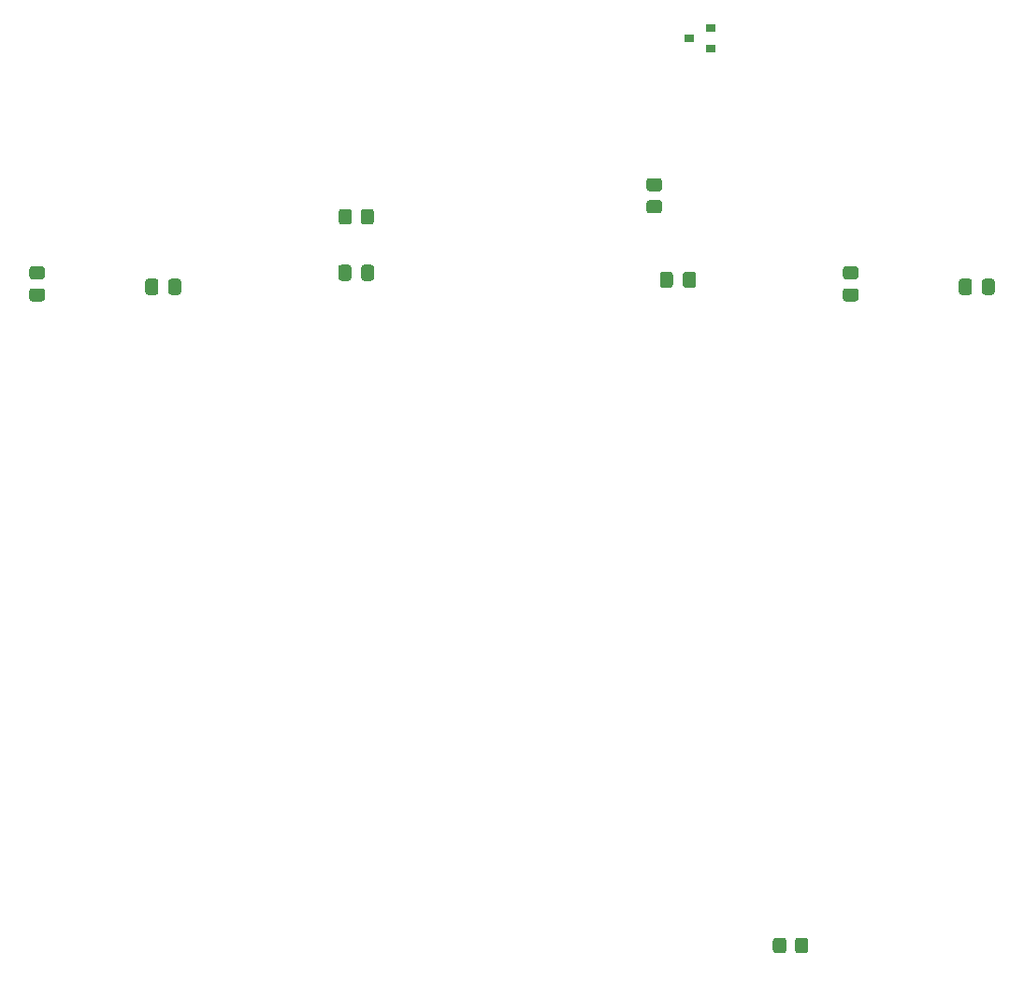
<source format=gbr>
%TF.GenerationSoftware,KiCad,Pcbnew,(5.1.8)-1*%
%TF.CreationDate,2024-01-21T21:11:34+03:00*%
%TF.ProjectId,Regs-v3,52656773-2d76-4332-9e6b-696361645f70,rev?*%
%TF.SameCoordinates,Original*%
%TF.FileFunction,Paste,Bot*%
%TF.FilePolarity,Positive*%
%FSLAX46Y46*%
G04 Gerber Fmt 4.6, Leading zero omitted, Abs format (unit mm)*
G04 Created by KiCad (PCBNEW (5.1.8)-1) date 2024-01-21 21:11:34*
%MOMM*%
%LPD*%
G01*
G04 APERTURE LIST*
%ADD10R,0.900000X0.800000*%
G04 APERTURE END LIST*
%TO.C,R7*%
G36*
G01*
X109670001Y-33255000D02*
X108769999Y-33255000D01*
G75*
G02*
X108520000Y-33005001I0J249999D01*
G01*
X108520000Y-32304999D01*
G75*
G02*
X108769999Y-32055000I249999J0D01*
G01*
X109670001Y-32055000D01*
G75*
G02*
X109920000Y-32304999I0J-249999D01*
G01*
X109920000Y-33005001D01*
G75*
G02*
X109670001Y-33255000I-249999J0D01*
G01*
G37*
G36*
G01*
X109670001Y-35255000D02*
X108769999Y-35255000D01*
G75*
G02*
X108520000Y-35005001I0J249999D01*
G01*
X108520000Y-34304999D01*
G75*
G02*
X108769999Y-34055000I249999J0D01*
G01*
X109670001Y-34055000D01*
G75*
G02*
X109920000Y-34304999I0J-249999D01*
G01*
X109920000Y-35005001D01*
G75*
G02*
X109670001Y-35255000I-249999J0D01*
G01*
G37*
%TD*%
D10*
%TO.C,Q1*%
X112347500Y-19367500D03*
X114347500Y-20317500D03*
X114347500Y-18417500D03*
%TD*%
%TO.C,C4*%
G36*
G01*
X111807500Y-41750000D02*
X111807500Y-40800000D01*
G75*
G02*
X112057500Y-40550000I250000J0D01*
G01*
X112732500Y-40550000D01*
G75*
G02*
X112982500Y-40800000I0J-250000D01*
G01*
X112982500Y-41750000D01*
G75*
G02*
X112732500Y-42000000I-250000J0D01*
G01*
X112057500Y-42000000D01*
G75*
G02*
X111807500Y-41750000I0J250000D01*
G01*
G37*
G36*
G01*
X109732500Y-41750000D02*
X109732500Y-40800000D01*
G75*
G02*
X109982500Y-40550000I250000J0D01*
G01*
X110657500Y-40550000D01*
G75*
G02*
X110907500Y-40800000I0J-250000D01*
G01*
X110907500Y-41750000D01*
G75*
G02*
X110657500Y-42000000I-250000J0D01*
G01*
X109982500Y-42000000D01*
G75*
G02*
X109732500Y-41750000I0J250000D01*
G01*
G37*
%TD*%
%TO.C,C3*%
G36*
G01*
X82682500Y-41115000D02*
X82682500Y-40165000D01*
G75*
G02*
X82932500Y-39915000I250000J0D01*
G01*
X83607500Y-39915000D01*
G75*
G02*
X83857500Y-40165000I0J-250000D01*
G01*
X83857500Y-41115000D01*
G75*
G02*
X83607500Y-41365000I-250000J0D01*
G01*
X82932500Y-41365000D01*
G75*
G02*
X82682500Y-41115000I0J250000D01*
G01*
G37*
G36*
G01*
X80607500Y-41115000D02*
X80607500Y-40165000D01*
G75*
G02*
X80857500Y-39915000I250000J0D01*
G01*
X81532500Y-39915000D01*
G75*
G02*
X81782500Y-40165000I0J-250000D01*
G01*
X81782500Y-41115000D01*
G75*
G02*
X81532500Y-41365000I-250000J0D01*
G01*
X80857500Y-41365000D01*
G75*
G02*
X80607500Y-41115000I0J250000D01*
G01*
G37*
%TD*%
%TO.C,C2*%
G36*
G01*
X65220000Y-42385000D02*
X65220000Y-41435000D01*
G75*
G02*
X65470000Y-41185000I250000J0D01*
G01*
X66145000Y-41185000D01*
G75*
G02*
X66395000Y-41435000I0J-250000D01*
G01*
X66395000Y-42385000D01*
G75*
G02*
X66145000Y-42635000I-250000J0D01*
G01*
X65470000Y-42635000D01*
G75*
G02*
X65220000Y-42385000I0J250000D01*
G01*
G37*
G36*
G01*
X63145000Y-42385000D02*
X63145000Y-41435000D01*
G75*
G02*
X63395000Y-41185000I250000J0D01*
G01*
X64070000Y-41185000D01*
G75*
G02*
X64320000Y-41435000I0J-250000D01*
G01*
X64320000Y-42385000D01*
G75*
G02*
X64070000Y-42635000I-250000J0D01*
G01*
X63395000Y-42635000D01*
G75*
G02*
X63145000Y-42385000I0J250000D01*
G01*
G37*
%TD*%
%TO.C,C1*%
G36*
G01*
X138880000Y-42385000D02*
X138880000Y-41435000D01*
G75*
G02*
X139130000Y-41185000I250000J0D01*
G01*
X139805000Y-41185000D01*
G75*
G02*
X140055000Y-41435000I0J-250000D01*
G01*
X140055000Y-42385000D01*
G75*
G02*
X139805000Y-42635000I-250000J0D01*
G01*
X139130000Y-42635000D01*
G75*
G02*
X138880000Y-42385000I0J250000D01*
G01*
G37*
G36*
G01*
X136805000Y-42385000D02*
X136805000Y-41435000D01*
G75*
G02*
X137055000Y-41185000I250000J0D01*
G01*
X137730000Y-41185000D01*
G75*
G02*
X137980000Y-41435000I0J-250000D01*
G01*
X137980000Y-42385000D01*
G75*
G02*
X137730000Y-42635000I-250000J0D01*
G01*
X137055000Y-42635000D01*
G75*
G02*
X136805000Y-42385000I0J250000D01*
G01*
G37*
%TD*%
%TO.C,R6*%
G36*
G01*
X121955000Y-102050001D02*
X121955000Y-101149999D01*
G75*
G02*
X122204999Y-100900000I249999J0D01*
G01*
X122905001Y-100900000D01*
G75*
G02*
X123155000Y-101149999I0J-249999D01*
G01*
X123155000Y-102050001D01*
G75*
G02*
X122905001Y-102300000I-249999J0D01*
G01*
X122204999Y-102300000D01*
G75*
G02*
X121955000Y-102050001I0J249999D01*
G01*
G37*
G36*
G01*
X119955000Y-102050001D02*
X119955000Y-101149999D01*
G75*
G02*
X120204999Y-100900000I249999J0D01*
G01*
X120905001Y-100900000D01*
G75*
G02*
X121155000Y-101149999I0J-249999D01*
G01*
X121155000Y-102050001D01*
G75*
G02*
X120905001Y-102300000I-249999J0D01*
G01*
X120204999Y-102300000D01*
G75*
G02*
X119955000Y-102050001I0J249999D01*
G01*
G37*
%TD*%
%TO.C,R5*%
G36*
G01*
X81832500Y-35109999D02*
X81832500Y-36010001D01*
G75*
G02*
X81582501Y-36260000I-249999J0D01*
G01*
X80882499Y-36260000D01*
G75*
G02*
X80632500Y-36010001I0J249999D01*
G01*
X80632500Y-35109999D01*
G75*
G02*
X80882499Y-34860000I249999J0D01*
G01*
X81582501Y-34860000D01*
G75*
G02*
X81832500Y-35109999I0J-249999D01*
G01*
G37*
G36*
G01*
X83832500Y-35109999D02*
X83832500Y-36010001D01*
G75*
G02*
X83582501Y-36260000I-249999J0D01*
G01*
X82882499Y-36260000D01*
G75*
G02*
X82632500Y-36010001I0J249999D01*
G01*
X82632500Y-35109999D01*
G75*
G02*
X82882499Y-34860000I249999J0D01*
G01*
X83582501Y-34860000D01*
G75*
G02*
X83832500Y-35109999I0J-249999D01*
G01*
G37*
%TD*%
%TO.C,R4*%
G36*
G01*
X53790001Y-41240000D02*
X52889999Y-41240000D01*
G75*
G02*
X52640000Y-40990001I0J249999D01*
G01*
X52640000Y-40289999D01*
G75*
G02*
X52889999Y-40040000I249999J0D01*
G01*
X53790001Y-40040000D01*
G75*
G02*
X54040000Y-40289999I0J-249999D01*
G01*
X54040000Y-40990001D01*
G75*
G02*
X53790001Y-41240000I-249999J0D01*
G01*
G37*
G36*
G01*
X53790001Y-43240000D02*
X52889999Y-43240000D01*
G75*
G02*
X52640000Y-42990001I0J249999D01*
G01*
X52640000Y-42289999D01*
G75*
G02*
X52889999Y-42040000I249999J0D01*
G01*
X53790001Y-42040000D01*
G75*
G02*
X54040000Y-42289999I0J-249999D01*
G01*
X54040000Y-42990001D01*
G75*
G02*
X53790001Y-43240000I-249999J0D01*
G01*
G37*
%TD*%
%TO.C,R3*%
G36*
G01*
X127450001Y-41240000D02*
X126549999Y-41240000D01*
G75*
G02*
X126300000Y-40990001I0J249999D01*
G01*
X126300000Y-40289999D01*
G75*
G02*
X126549999Y-40040000I249999J0D01*
G01*
X127450001Y-40040000D01*
G75*
G02*
X127700000Y-40289999I0J-249999D01*
G01*
X127700000Y-40990001D01*
G75*
G02*
X127450001Y-41240000I-249999J0D01*
G01*
G37*
G36*
G01*
X127450001Y-43240000D02*
X126549999Y-43240000D01*
G75*
G02*
X126300000Y-42990001I0J249999D01*
G01*
X126300000Y-42289999D01*
G75*
G02*
X126549999Y-42040000I249999J0D01*
G01*
X127450001Y-42040000D01*
G75*
G02*
X127700000Y-42289999I0J-249999D01*
G01*
X127700000Y-42990001D01*
G75*
G02*
X127450001Y-43240000I-249999J0D01*
G01*
G37*
%TD*%
M02*

</source>
